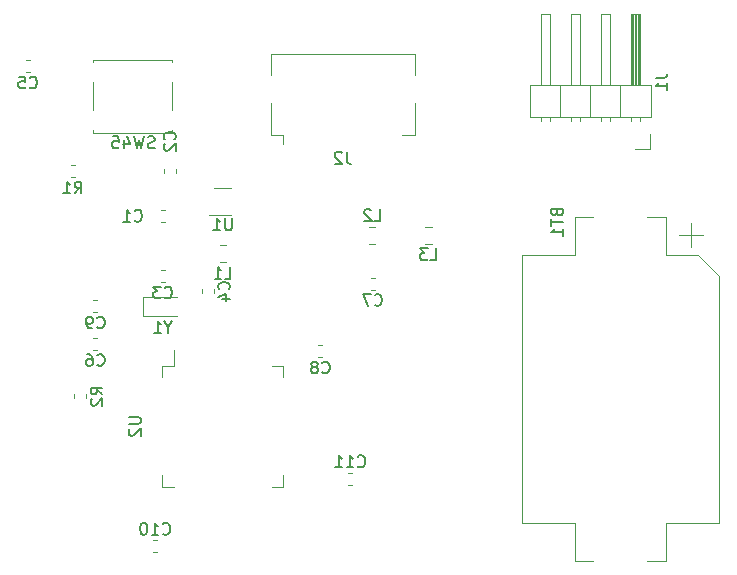
<source format=gbr>
G04 #@! TF.GenerationSoftware,KiCad,Pcbnew,5.1.5+dfsg1-2build2*
G04 #@! TF.CreationDate,2021-04-12T22:06:22+02:00*
G04 #@! TF.ProjectId,calc,63616c63-2e6b-4696-9361-645f70636258,rev?*
G04 #@! TF.SameCoordinates,Original*
G04 #@! TF.FileFunction,Legend,Bot*
G04 #@! TF.FilePolarity,Positive*
%FSLAX46Y46*%
G04 Gerber Fmt 4.6, Leading zero omitted, Abs format (unit mm)*
G04 Created by KiCad (PCBNEW 5.1.5+dfsg1-2build2) date 2021-04-12 22:06:22*
%MOMM*%
%LPD*%
G04 APERTURE LIST*
%ADD10C,0.120000*%
%ADD11C,0.150000*%
G04 APERTURE END LIST*
D10*
X95421267Y-72265000D02*
X95078733Y-72265000D01*
X95421267Y-71245000D02*
X95078733Y-71245000D01*
X73485000Y-36270000D02*
X80185000Y-36270000D01*
X80185000Y-42470000D02*
X73485000Y-42470000D01*
X80185000Y-40570000D02*
X80185000Y-38170000D01*
X73485000Y-40570000D02*
X73485000Y-38170000D01*
X73485000Y-42470000D02*
X73485000Y-42270000D01*
X73485000Y-36270000D02*
X73485000Y-36470000D01*
X80185000Y-36270000D02*
X80185000Y-36470000D01*
X80185000Y-42470000D02*
X80185000Y-42270000D01*
X80295000Y-62200000D02*
X80295000Y-60860000D01*
X79345000Y-62200000D02*
X80295000Y-62200000D01*
X79345000Y-63150000D02*
X79345000Y-62200000D01*
X79345000Y-72420000D02*
X80295000Y-72420000D01*
X79345000Y-71470000D02*
X79345000Y-72420000D01*
X89565000Y-62200000D02*
X88615000Y-62200000D01*
X89565000Y-63150000D02*
X89565000Y-62200000D01*
X89565000Y-72420000D02*
X88615000Y-72420000D01*
X89565000Y-71470000D02*
X89565000Y-72420000D01*
X101613749Y-50430001D02*
X102136253Y-50430001D01*
X101613749Y-51850001D02*
X102136253Y-51850001D01*
X97386253Y-51850001D02*
X96863749Y-51850001D01*
X97386253Y-50430001D02*
X96863749Y-50430001D01*
X96983733Y-54735000D02*
X97326267Y-54735000D01*
X96983733Y-55755000D02*
X97326267Y-55755000D01*
X84193748Y-51995000D02*
X84716252Y-51995000D01*
X84193748Y-53415000D02*
X84716252Y-53415000D01*
X79203733Y-54100000D02*
X79546267Y-54100000D01*
X79203733Y-55120000D02*
X79546267Y-55120000D01*
X124110000Y-52135000D02*
X124110000Y-50135000D01*
X123110000Y-51135000D02*
X125110000Y-51135000D01*
X109760000Y-75485000D02*
X114260000Y-75485000D01*
X109760000Y-52785000D02*
X114260000Y-52785000D01*
X109760000Y-52785000D02*
X109760000Y-75485000D01*
X114260000Y-78685000D02*
X115810000Y-78685000D01*
X114260000Y-75485000D02*
X114260000Y-78685000D01*
X114260000Y-49585000D02*
X115810000Y-49585000D01*
X114260000Y-52785000D02*
X114260000Y-49585000D01*
X121960000Y-49585000D02*
X120410000Y-49585000D01*
X121960000Y-52785000D02*
X121960000Y-49585000D01*
X126460000Y-54585000D02*
X124660000Y-52785000D01*
X124660000Y-52785000D02*
X121960000Y-52785000D01*
X126460000Y-75485000D02*
X126460000Y-54585000D01*
X126460000Y-75485000D02*
X121960000Y-75485000D01*
X121960000Y-78685000D02*
X120410000Y-78685000D01*
X121960000Y-75485000D02*
X121960000Y-78685000D01*
X79546267Y-50040000D02*
X79203733Y-50040000D01*
X79546267Y-49020000D02*
X79203733Y-49020000D01*
X80520000Y-45548733D02*
X80520000Y-45891267D01*
X79500000Y-45548733D02*
X79500000Y-45891267D01*
X82675000Y-56051267D02*
X82675000Y-55708733D01*
X83695000Y-56051267D02*
X83695000Y-55708733D01*
X67773733Y-36320000D02*
X68116267Y-36320000D01*
X67773733Y-37340000D02*
X68116267Y-37340000D01*
X73488733Y-59815000D02*
X73831267Y-59815000D01*
X73488733Y-60835000D02*
X73831267Y-60835000D01*
X88505000Y-39925000D02*
X88505000Y-42625000D01*
X88505000Y-42625000D02*
X89555000Y-42625000D01*
X89555000Y-42625000D02*
X89555000Y-43415000D01*
X100725000Y-39925000D02*
X100725000Y-42625000D01*
X100725000Y-42625000D02*
X99675000Y-42625000D01*
X88505000Y-37605000D02*
X88505000Y-35755000D01*
X88505000Y-35755000D02*
X100725000Y-35755000D01*
X100725000Y-35755000D02*
X100725000Y-37605000D01*
X71583733Y-45210000D02*
X71926267Y-45210000D01*
X71583733Y-46230000D02*
X71926267Y-46230000D01*
X71880000Y-64941267D02*
X71880000Y-64598733D01*
X72900000Y-64941267D02*
X72900000Y-64598733D01*
X83755000Y-47100000D02*
X85155000Y-47100000D01*
X85155000Y-49420000D02*
X83255000Y-49420000D01*
X77725000Y-56350000D02*
X80575000Y-56350000D01*
X77725000Y-57950000D02*
X77725000Y-56350000D01*
X80575000Y-57950000D02*
X77725000Y-57950000D01*
X92538733Y-60450000D02*
X92881267Y-60450000D01*
X92538733Y-61470000D02*
X92881267Y-61470000D01*
X73488733Y-56640000D02*
X73831267Y-56640000D01*
X73488733Y-57660000D02*
X73831267Y-57660000D01*
X78911267Y-77980000D02*
X78568733Y-77980000D01*
X78911267Y-76960000D02*
X78568733Y-76960000D01*
X120650000Y-43815000D02*
X120650000Y-42545000D01*
X119380000Y-43815000D02*
X120650000Y-43815000D01*
X111380000Y-41502071D02*
X111380000Y-41105000D01*
X112140000Y-41502071D02*
X112140000Y-41105000D01*
X111380000Y-32445000D02*
X111380000Y-38445000D01*
X112140000Y-32445000D02*
X111380000Y-32445000D01*
X112140000Y-38445000D02*
X112140000Y-32445000D01*
X113030000Y-41105000D02*
X113030000Y-38445000D01*
X113920000Y-41502071D02*
X113920000Y-41105000D01*
X114680000Y-41502071D02*
X114680000Y-41105000D01*
X113920000Y-32445000D02*
X113920000Y-38445000D01*
X114680000Y-32445000D02*
X113920000Y-32445000D01*
X114680000Y-38445000D02*
X114680000Y-32445000D01*
X115570000Y-41105000D02*
X115570000Y-38445000D01*
X116460000Y-41502071D02*
X116460000Y-41105000D01*
X117220000Y-41502071D02*
X117220000Y-41105000D01*
X116460000Y-32445000D02*
X116460000Y-38445000D01*
X117220000Y-32445000D02*
X116460000Y-32445000D01*
X117220000Y-38445000D02*
X117220000Y-32445000D01*
X118110000Y-41105000D02*
X118110000Y-38445000D01*
X119000000Y-41435000D02*
X119000000Y-41105000D01*
X119760000Y-41435000D02*
X119760000Y-41105000D01*
X119100000Y-38445000D02*
X119100000Y-32445000D01*
X119220000Y-38445000D02*
X119220000Y-32445000D01*
X119340000Y-38445000D02*
X119340000Y-32445000D01*
X119460000Y-38445000D02*
X119460000Y-32445000D01*
X119580000Y-38445000D02*
X119580000Y-32445000D01*
X119700000Y-38445000D02*
X119700000Y-32445000D01*
X119000000Y-32445000D02*
X119000000Y-38445000D01*
X119760000Y-32445000D02*
X119000000Y-32445000D01*
X119760000Y-38445000D02*
X119760000Y-32445000D01*
X120710000Y-38445000D02*
X120710000Y-41105000D01*
X110430000Y-38445000D02*
X120710000Y-38445000D01*
X110430000Y-41105000D02*
X110430000Y-38445000D01*
X120710000Y-41105000D02*
X110430000Y-41105000D01*
D11*
X95892857Y-70682142D02*
X95940476Y-70729761D01*
X96083333Y-70777380D01*
X96178571Y-70777380D01*
X96321428Y-70729761D01*
X96416666Y-70634523D01*
X96464285Y-70539285D01*
X96511904Y-70348809D01*
X96511904Y-70205952D01*
X96464285Y-70015476D01*
X96416666Y-69920238D01*
X96321428Y-69825000D01*
X96178571Y-69777380D01*
X96083333Y-69777380D01*
X95940476Y-69825000D01*
X95892857Y-69872619D01*
X94940476Y-70777380D02*
X95511904Y-70777380D01*
X95226190Y-70777380D02*
X95226190Y-69777380D01*
X95321428Y-69920238D01*
X95416666Y-70015476D01*
X95511904Y-70063095D01*
X93988095Y-70777380D02*
X94559523Y-70777380D01*
X94273809Y-70777380D02*
X94273809Y-69777380D01*
X94369047Y-69920238D01*
X94464285Y-70015476D01*
X94559523Y-70063095D01*
X78694523Y-43724761D02*
X78551666Y-43772380D01*
X78313571Y-43772380D01*
X78218333Y-43724761D01*
X78170714Y-43677142D01*
X78123095Y-43581904D01*
X78123095Y-43486666D01*
X78170714Y-43391428D01*
X78218333Y-43343809D01*
X78313571Y-43296190D01*
X78504047Y-43248571D01*
X78599285Y-43200952D01*
X78646904Y-43153333D01*
X78694523Y-43058095D01*
X78694523Y-42962857D01*
X78646904Y-42867619D01*
X78599285Y-42820000D01*
X78504047Y-42772380D01*
X78265952Y-42772380D01*
X78123095Y-42820000D01*
X77789761Y-42772380D02*
X77551666Y-43772380D01*
X77361190Y-43058095D01*
X77170714Y-43772380D01*
X76932619Y-42772380D01*
X76123095Y-43105714D02*
X76123095Y-43772380D01*
X76361190Y-42724761D02*
X76599285Y-43439047D01*
X75980238Y-43439047D01*
X75123095Y-42772380D02*
X75599285Y-42772380D01*
X75646904Y-43248571D01*
X75599285Y-43200952D01*
X75504047Y-43153333D01*
X75265952Y-43153333D01*
X75170714Y-43200952D01*
X75123095Y-43248571D01*
X75075476Y-43343809D01*
X75075476Y-43581904D01*
X75123095Y-43677142D01*
X75170714Y-43724761D01*
X75265952Y-43772380D01*
X75504047Y-43772380D01*
X75599285Y-43724761D01*
X75646904Y-43677142D01*
X76507380Y-66548095D02*
X77316904Y-66548095D01*
X77412142Y-66595714D01*
X77459761Y-66643333D01*
X77507380Y-66738571D01*
X77507380Y-66929047D01*
X77459761Y-67024285D01*
X77412142Y-67071904D01*
X77316904Y-67119523D01*
X76507380Y-67119523D01*
X76602619Y-67548095D02*
X76555000Y-67595714D01*
X76507380Y-67690952D01*
X76507380Y-67929047D01*
X76555000Y-68024285D01*
X76602619Y-68071904D01*
X76697857Y-68119523D01*
X76793095Y-68119523D01*
X76935952Y-68071904D01*
X77507380Y-67500476D01*
X77507380Y-68119523D01*
X102041667Y-53242381D02*
X102517858Y-53242381D01*
X102517858Y-52242381D01*
X101803572Y-52242381D02*
X101184524Y-52242381D01*
X101517858Y-52623334D01*
X101375001Y-52623334D01*
X101279762Y-52670953D01*
X101232143Y-52718572D01*
X101184524Y-52813810D01*
X101184524Y-53051905D01*
X101232143Y-53147143D01*
X101279762Y-53194762D01*
X101375001Y-53242381D01*
X101660715Y-53242381D01*
X101755953Y-53194762D01*
X101803572Y-53147143D01*
X97291667Y-49942381D02*
X97767858Y-49942381D01*
X97767858Y-48942381D01*
X97005953Y-49037620D02*
X96958334Y-48990001D01*
X96863096Y-48942381D01*
X96625001Y-48942381D01*
X96529762Y-48990001D01*
X96482143Y-49037620D01*
X96434524Y-49132858D01*
X96434524Y-49228096D01*
X96482143Y-49370953D01*
X97053572Y-49942381D01*
X96434524Y-49942381D01*
X97321666Y-57032142D02*
X97369285Y-57079761D01*
X97512142Y-57127380D01*
X97607380Y-57127380D01*
X97750238Y-57079761D01*
X97845476Y-56984523D01*
X97893095Y-56889285D01*
X97940714Y-56698809D01*
X97940714Y-56555952D01*
X97893095Y-56365476D01*
X97845476Y-56270238D01*
X97750238Y-56175000D01*
X97607380Y-56127380D01*
X97512142Y-56127380D01*
X97369285Y-56175000D01*
X97321666Y-56222619D01*
X96988333Y-56127380D02*
X96321666Y-56127380D01*
X96750238Y-57127380D01*
X84621666Y-54807380D02*
X85097857Y-54807380D01*
X85097857Y-53807380D01*
X83764523Y-54807380D02*
X84335952Y-54807380D01*
X84050238Y-54807380D02*
X84050238Y-53807380D01*
X84145476Y-53950238D01*
X84240714Y-54045476D01*
X84335952Y-54093095D01*
X79541666Y-56397142D02*
X79589285Y-56444761D01*
X79732142Y-56492380D01*
X79827380Y-56492380D01*
X79970238Y-56444761D01*
X80065476Y-56349523D01*
X80113095Y-56254285D01*
X80160714Y-56063809D01*
X80160714Y-55920952D01*
X80113095Y-55730476D01*
X80065476Y-55635238D01*
X79970238Y-55540000D01*
X79827380Y-55492380D01*
X79732142Y-55492380D01*
X79589285Y-55540000D01*
X79541666Y-55587619D01*
X79208333Y-55492380D02*
X78589285Y-55492380D01*
X78922619Y-55873333D01*
X78779761Y-55873333D01*
X78684523Y-55920952D01*
X78636904Y-55968571D01*
X78589285Y-56063809D01*
X78589285Y-56301904D01*
X78636904Y-56397142D01*
X78684523Y-56444761D01*
X78779761Y-56492380D01*
X79065476Y-56492380D01*
X79160714Y-56444761D01*
X79208333Y-56397142D01*
X112738571Y-49224285D02*
X112786190Y-49367142D01*
X112833809Y-49414761D01*
X112929047Y-49462380D01*
X113071904Y-49462380D01*
X113167142Y-49414761D01*
X113214761Y-49367142D01*
X113262380Y-49271904D01*
X113262380Y-48890952D01*
X112262380Y-48890952D01*
X112262380Y-49224285D01*
X112310000Y-49319523D01*
X112357619Y-49367142D01*
X112452857Y-49414761D01*
X112548095Y-49414761D01*
X112643333Y-49367142D01*
X112690952Y-49319523D01*
X112738571Y-49224285D01*
X112738571Y-48890952D01*
X112262380Y-49748095D02*
X112262380Y-50319523D01*
X113262380Y-50033809D02*
X112262380Y-50033809D01*
X113262380Y-51176666D02*
X113262380Y-50605238D01*
X113262380Y-50890952D02*
X112262380Y-50890952D01*
X112405238Y-50795714D01*
X112500476Y-50700476D01*
X112548095Y-50605238D01*
X77001666Y-49887142D02*
X77049285Y-49934761D01*
X77192142Y-49982380D01*
X77287380Y-49982380D01*
X77430238Y-49934761D01*
X77525476Y-49839523D01*
X77573095Y-49744285D01*
X77620714Y-49553809D01*
X77620714Y-49410952D01*
X77573095Y-49220476D01*
X77525476Y-49125238D01*
X77430238Y-49030000D01*
X77287380Y-48982380D01*
X77192142Y-48982380D01*
X77049285Y-49030000D01*
X77001666Y-49077619D01*
X76049285Y-49982380D02*
X76620714Y-49982380D01*
X76335000Y-49982380D02*
X76335000Y-48982380D01*
X76430238Y-49125238D01*
X76525476Y-49220476D01*
X76620714Y-49268095D01*
X80367142Y-43013333D02*
X80414761Y-42965714D01*
X80462380Y-42822857D01*
X80462380Y-42727619D01*
X80414761Y-42584761D01*
X80319523Y-42489523D01*
X80224285Y-42441904D01*
X80033809Y-42394285D01*
X79890952Y-42394285D01*
X79700476Y-42441904D01*
X79605238Y-42489523D01*
X79510000Y-42584761D01*
X79462380Y-42727619D01*
X79462380Y-42822857D01*
X79510000Y-42965714D01*
X79557619Y-43013333D01*
X79557619Y-43394285D02*
X79510000Y-43441904D01*
X79462380Y-43537142D01*
X79462380Y-43775238D01*
X79510000Y-43870476D01*
X79557619Y-43918095D01*
X79652857Y-43965714D01*
X79748095Y-43965714D01*
X79890952Y-43918095D01*
X80462380Y-43346666D01*
X80462380Y-43965714D01*
X84972142Y-55713333D02*
X85019761Y-55665714D01*
X85067380Y-55522857D01*
X85067380Y-55427619D01*
X85019761Y-55284761D01*
X84924523Y-55189523D01*
X84829285Y-55141904D01*
X84638809Y-55094285D01*
X84495952Y-55094285D01*
X84305476Y-55141904D01*
X84210238Y-55189523D01*
X84115000Y-55284761D01*
X84067380Y-55427619D01*
X84067380Y-55522857D01*
X84115000Y-55665714D01*
X84162619Y-55713333D01*
X84400714Y-56570476D02*
X85067380Y-56570476D01*
X84019761Y-56332380D02*
X84734047Y-56094285D01*
X84734047Y-56713333D01*
X68111666Y-38617142D02*
X68159285Y-38664761D01*
X68302142Y-38712380D01*
X68397380Y-38712380D01*
X68540238Y-38664761D01*
X68635476Y-38569523D01*
X68683095Y-38474285D01*
X68730714Y-38283809D01*
X68730714Y-38140952D01*
X68683095Y-37950476D01*
X68635476Y-37855238D01*
X68540238Y-37760000D01*
X68397380Y-37712380D01*
X68302142Y-37712380D01*
X68159285Y-37760000D01*
X68111666Y-37807619D01*
X67206904Y-37712380D02*
X67683095Y-37712380D01*
X67730714Y-38188571D01*
X67683095Y-38140952D01*
X67587857Y-38093333D01*
X67349761Y-38093333D01*
X67254523Y-38140952D01*
X67206904Y-38188571D01*
X67159285Y-38283809D01*
X67159285Y-38521904D01*
X67206904Y-38617142D01*
X67254523Y-38664761D01*
X67349761Y-38712380D01*
X67587857Y-38712380D01*
X67683095Y-38664761D01*
X67730714Y-38617142D01*
X73826666Y-62112142D02*
X73874285Y-62159761D01*
X74017142Y-62207380D01*
X74112380Y-62207380D01*
X74255238Y-62159761D01*
X74350476Y-62064523D01*
X74398095Y-61969285D01*
X74445714Y-61778809D01*
X74445714Y-61635952D01*
X74398095Y-61445476D01*
X74350476Y-61350238D01*
X74255238Y-61255000D01*
X74112380Y-61207380D01*
X74017142Y-61207380D01*
X73874285Y-61255000D01*
X73826666Y-61302619D01*
X72969523Y-61207380D02*
X73160000Y-61207380D01*
X73255238Y-61255000D01*
X73302857Y-61302619D01*
X73398095Y-61445476D01*
X73445714Y-61635952D01*
X73445714Y-62016904D01*
X73398095Y-62112142D01*
X73350476Y-62159761D01*
X73255238Y-62207380D01*
X73064761Y-62207380D01*
X72969523Y-62159761D01*
X72921904Y-62112142D01*
X72874285Y-62016904D01*
X72874285Y-61778809D01*
X72921904Y-61683571D01*
X72969523Y-61635952D01*
X73064761Y-61588333D01*
X73255238Y-61588333D01*
X73350476Y-61635952D01*
X73398095Y-61683571D01*
X73445714Y-61778809D01*
X94948333Y-44072380D02*
X94948333Y-44786666D01*
X94995952Y-44929523D01*
X95091190Y-45024761D01*
X95234047Y-45072380D01*
X95329285Y-45072380D01*
X94519761Y-44167619D02*
X94472142Y-44120000D01*
X94376904Y-44072380D01*
X94138809Y-44072380D01*
X94043571Y-44120000D01*
X93995952Y-44167619D01*
X93948333Y-44262857D01*
X93948333Y-44358095D01*
X93995952Y-44500952D01*
X94567380Y-45072380D01*
X93948333Y-45072380D01*
X71921666Y-47602380D02*
X72255000Y-47126190D01*
X72493095Y-47602380D02*
X72493095Y-46602380D01*
X72112142Y-46602380D01*
X72016904Y-46650000D01*
X71969285Y-46697619D01*
X71921666Y-46792857D01*
X71921666Y-46935714D01*
X71969285Y-47030952D01*
X72016904Y-47078571D01*
X72112142Y-47126190D01*
X72493095Y-47126190D01*
X70969285Y-47602380D02*
X71540714Y-47602380D01*
X71255000Y-47602380D02*
X71255000Y-46602380D01*
X71350238Y-46745238D01*
X71445476Y-46840476D01*
X71540714Y-46888095D01*
X74272380Y-64603333D02*
X73796190Y-64270000D01*
X74272380Y-64031904D02*
X73272380Y-64031904D01*
X73272380Y-64412857D01*
X73320000Y-64508095D01*
X73367619Y-64555714D01*
X73462857Y-64603333D01*
X73605714Y-64603333D01*
X73700952Y-64555714D01*
X73748571Y-64508095D01*
X73796190Y-64412857D01*
X73796190Y-64031904D01*
X73367619Y-64984285D02*
X73320000Y-65031904D01*
X73272380Y-65127142D01*
X73272380Y-65365238D01*
X73320000Y-65460476D01*
X73367619Y-65508095D01*
X73462857Y-65555714D01*
X73558095Y-65555714D01*
X73700952Y-65508095D01*
X74272380Y-64936666D01*
X74272380Y-65555714D01*
X85216904Y-49712380D02*
X85216904Y-50521904D01*
X85169285Y-50617142D01*
X85121666Y-50664761D01*
X85026428Y-50712380D01*
X84835952Y-50712380D01*
X84740714Y-50664761D01*
X84693095Y-50617142D01*
X84645476Y-50521904D01*
X84645476Y-49712380D01*
X83645476Y-50712380D02*
X84216904Y-50712380D01*
X83931190Y-50712380D02*
X83931190Y-49712380D01*
X84026428Y-49855238D01*
X84121666Y-49950476D01*
X84216904Y-49998095D01*
X79851190Y-58926190D02*
X79851190Y-59402380D01*
X80184523Y-58402380D02*
X79851190Y-58926190D01*
X79517857Y-58402380D01*
X78660714Y-59402380D02*
X79232142Y-59402380D01*
X78946428Y-59402380D02*
X78946428Y-58402380D01*
X79041666Y-58545238D01*
X79136904Y-58640476D01*
X79232142Y-58688095D01*
X92876666Y-62747142D02*
X92924285Y-62794761D01*
X93067142Y-62842380D01*
X93162380Y-62842380D01*
X93305238Y-62794761D01*
X93400476Y-62699523D01*
X93448095Y-62604285D01*
X93495714Y-62413809D01*
X93495714Y-62270952D01*
X93448095Y-62080476D01*
X93400476Y-61985238D01*
X93305238Y-61890000D01*
X93162380Y-61842380D01*
X93067142Y-61842380D01*
X92924285Y-61890000D01*
X92876666Y-61937619D01*
X92305238Y-62270952D02*
X92400476Y-62223333D01*
X92448095Y-62175714D01*
X92495714Y-62080476D01*
X92495714Y-62032857D01*
X92448095Y-61937619D01*
X92400476Y-61890000D01*
X92305238Y-61842380D01*
X92114761Y-61842380D01*
X92019523Y-61890000D01*
X91971904Y-61937619D01*
X91924285Y-62032857D01*
X91924285Y-62080476D01*
X91971904Y-62175714D01*
X92019523Y-62223333D01*
X92114761Y-62270952D01*
X92305238Y-62270952D01*
X92400476Y-62318571D01*
X92448095Y-62366190D01*
X92495714Y-62461428D01*
X92495714Y-62651904D01*
X92448095Y-62747142D01*
X92400476Y-62794761D01*
X92305238Y-62842380D01*
X92114761Y-62842380D01*
X92019523Y-62794761D01*
X91971904Y-62747142D01*
X91924285Y-62651904D01*
X91924285Y-62461428D01*
X91971904Y-62366190D01*
X92019523Y-62318571D01*
X92114761Y-62270952D01*
X73826666Y-58937142D02*
X73874285Y-58984761D01*
X74017142Y-59032380D01*
X74112380Y-59032380D01*
X74255238Y-58984761D01*
X74350476Y-58889523D01*
X74398095Y-58794285D01*
X74445714Y-58603809D01*
X74445714Y-58460952D01*
X74398095Y-58270476D01*
X74350476Y-58175238D01*
X74255238Y-58080000D01*
X74112380Y-58032380D01*
X74017142Y-58032380D01*
X73874285Y-58080000D01*
X73826666Y-58127619D01*
X73350476Y-59032380D02*
X73160000Y-59032380D01*
X73064761Y-58984761D01*
X73017142Y-58937142D01*
X72921904Y-58794285D01*
X72874285Y-58603809D01*
X72874285Y-58222857D01*
X72921904Y-58127619D01*
X72969523Y-58080000D01*
X73064761Y-58032380D01*
X73255238Y-58032380D01*
X73350476Y-58080000D01*
X73398095Y-58127619D01*
X73445714Y-58222857D01*
X73445714Y-58460952D01*
X73398095Y-58556190D01*
X73350476Y-58603809D01*
X73255238Y-58651428D01*
X73064761Y-58651428D01*
X72969523Y-58603809D01*
X72921904Y-58556190D01*
X72874285Y-58460952D01*
X79382857Y-76397142D02*
X79430476Y-76444761D01*
X79573333Y-76492380D01*
X79668571Y-76492380D01*
X79811428Y-76444761D01*
X79906666Y-76349523D01*
X79954285Y-76254285D01*
X80001904Y-76063809D01*
X80001904Y-75920952D01*
X79954285Y-75730476D01*
X79906666Y-75635238D01*
X79811428Y-75540000D01*
X79668571Y-75492380D01*
X79573333Y-75492380D01*
X79430476Y-75540000D01*
X79382857Y-75587619D01*
X78430476Y-76492380D02*
X79001904Y-76492380D01*
X78716190Y-76492380D02*
X78716190Y-75492380D01*
X78811428Y-75635238D01*
X78906666Y-75730476D01*
X79001904Y-75778095D01*
X77811428Y-75492380D02*
X77716190Y-75492380D01*
X77620952Y-75540000D01*
X77573333Y-75587619D01*
X77525714Y-75682857D01*
X77478095Y-75873333D01*
X77478095Y-76111428D01*
X77525714Y-76301904D01*
X77573333Y-76397142D01*
X77620952Y-76444761D01*
X77716190Y-76492380D01*
X77811428Y-76492380D01*
X77906666Y-76444761D01*
X77954285Y-76397142D01*
X78001904Y-76301904D01*
X78049523Y-76111428D01*
X78049523Y-75873333D01*
X78001904Y-75682857D01*
X77954285Y-75587619D01*
X77906666Y-75540000D01*
X77811428Y-75492380D01*
X121102380Y-37826666D02*
X121816666Y-37826666D01*
X121959523Y-37779047D01*
X122054761Y-37683809D01*
X122102380Y-37540952D01*
X122102380Y-37445714D01*
X122102380Y-38826666D02*
X122102380Y-38255238D01*
X122102380Y-38540952D02*
X121102380Y-38540952D01*
X121245238Y-38445714D01*
X121340476Y-38350476D01*
X121388095Y-38255238D01*
M02*

</source>
